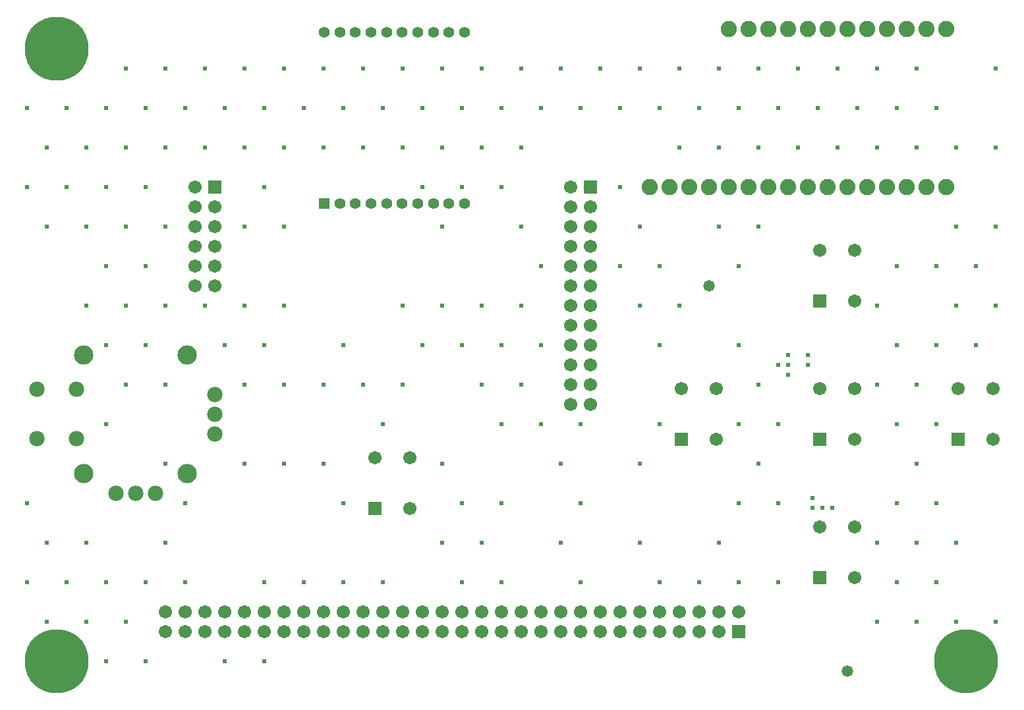
<source format=gbs>
G04*
G04 #@! TF.GenerationSoftware,Altium Limited,Altium Designer,22.9.1 (49)*
G04*
G04 Layer_Color=16711935*
%FSLAX24Y24*%
%MOIN*%
G70*
G04*
G04 #@! TF.SameCoordinates,D869CEA3-EDD9-45C0-ACDC-C570693A3B7D*
G04*
G04*
G04 #@! TF.FilePolarity,Negative*
G04*
G01*
G75*
%ADD17C,0.3230*%
%ADD18R,0.0674X0.0674*%
%ADD19C,0.0674*%
%ADD20C,0.0671*%
%ADD21R,0.0671X0.0671*%
%ADD22R,0.0671X0.0671*%
%ADD23C,0.0780*%
%ADD24C,0.0980*%
%ADD25C,0.0551*%
%ADD26R,0.0551X0.0551*%
%ADD27C,0.0820*%
%ADD28C,0.0237*%
%ADD29C,0.0580*%
D17*
X19500Y43000D02*
D03*
X65500Y12000D02*
D03*
X19500D02*
D03*
D18*
X35614Y19720D02*
D03*
X58114Y16220D02*
D03*
X65114Y23220D02*
D03*
X58114D02*
D03*
X51114D02*
D03*
X58114Y30220D02*
D03*
D19*
X35614Y22280D02*
D03*
X37386Y19720D02*
D03*
Y22280D02*
D03*
X58114Y18780D02*
D03*
X59886Y16220D02*
D03*
Y18780D02*
D03*
X65114Y25780D02*
D03*
X66886Y23220D02*
D03*
Y25780D02*
D03*
X58114D02*
D03*
X59886Y23220D02*
D03*
Y25780D02*
D03*
X51114D02*
D03*
X52886Y23220D02*
D03*
Y25780D02*
D03*
X58114Y32780D02*
D03*
X59886Y30220D02*
D03*
Y32780D02*
D03*
D20*
X30000Y14500D02*
D03*
Y13500D02*
D03*
X31000Y14500D02*
D03*
Y13500D02*
D03*
X32000Y14500D02*
D03*
Y13500D02*
D03*
X33000Y14500D02*
D03*
Y13500D02*
D03*
X34000Y14500D02*
D03*
Y13500D02*
D03*
X35000Y14500D02*
D03*
Y13500D02*
D03*
X36000Y14500D02*
D03*
Y13500D02*
D03*
X37000Y14500D02*
D03*
Y13500D02*
D03*
X38000Y14500D02*
D03*
Y13500D02*
D03*
X39000Y14500D02*
D03*
Y13500D02*
D03*
X40000Y14500D02*
D03*
Y13500D02*
D03*
X41000Y14500D02*
D03*
Y13500D02*
D03*
X42000Y14500D02*
D03*
Y13500D02*
D03*
X43000Y14500D02*
D03*
Y13500D02*
D03*
X44000Y14500D02*
D03*
Y13500D02*
D03*
X45000Y14500D02*
D03*
Y13500D02*
D03*
X46000Y14500D02*
D03*
Y13500D02*
D03*
X47000Y14500D02*
D03*
Y13500D02*
D03*
X48000Y14500D02*
D03*
Y13500D02*
D03*
X49000Y14500D02*
D03*
Y13500D02*
D03*
X50000Y14500D02*
D03*
Y13500D02*
D03*
X51000Y14500D02*
D03*
Y13500D02*
D03*
X52000Y14500D02*
D03*
Y13500D02*
D03*
X53000Y14500D02*
D03*
Y13500D02*
D03*
X54000Y14500D02*
D03*
X25000D02*
D03*
Y13500D02*
D03*
X26000Y14500D02*
D03*
Y13500D02*
D03*
X27000Y14500D02*
D03*
Y13500D02*
D03*
X28000Y14500D02*
D03*
Y13500D02*
D03*
X29000Y14500D02*
D03*
Y13500D02*
D03*
X26500Y36000D02*
D03*
X27500Y35000D02*
D03*
X26500D02*
D03*
X27500Y34000D02*
D03*
X26500D02*
D03*
X27500Y33000D02*
D03*
X26500D02*
D03*
X27500Y32000D02*
D03*
X26500D02*
D03*
X27500Y31000D02*
D03*
X26500D02*
D03*
X45500Y25000D02*
D03*
X46500D02*
D03*
X45500Y26000D02*
D03*
X46500D02*
D03*
X45500Y27000D02*
D03*
X46500D02*
D03*
X45500Y28000D02*
D03*
X46500D02*
D03*
X45500Y29000D02*
D03*
X46500D02*
D03*
X45500Y30000D02*
D03*
X46500D02*
D03*
X45500Y31000D02*
D03*
X46500D02*
D03*
X45500Y32000D02*
D03*
X46500D02*
D03*
X45500Y33000D02*
D03*
X46500D02*
D03*
X45500Y34000D02*
D03*
X46500D02*
D03*
X45500Y35000D02*
D03*
X46500D02*
D03*
X45500Y36000D02*
D03*
D21*
X54000Y13500D02*
D03*
D22*
X27500Y36000D02*
D03*
X46500D02*
D03*
D23*
X18500Y23250D02*
D03*
Y25750D02*
D03*
X20500Y23250D02*
D03*
Y25750D02*
D03*
X27500Y23500D02*
D03*
Y24500D02*
D03*
Y25500D02*
D03*
X22500Y20500D02*
D03*
X23500D02*
D03*
X24500D02*
D03*
D24*
X20875Y21500D02*
D03*
X26125D02*
D03*
Y27500D02*
D03*
X20875D02*
D03*
D25*
X33055Y43831D02*
D03*
X33843D02*
D03*
X34630D02*
D03*
X35417D02*
D03*
X36205D02*
D03*
X36992D02*
D03*
X37780D02*
D03*
X38567D02*
D03*
X39354D02*
D03*
X40142D02*
D03*
Y35169D02*
D03*
X39354D02*
D03*
X38567D02*
D03*
X37780D02*
D03*
X36992D02*
D03*
X36205D02*
D03*
X35417D02*
D03*
X34630D02*
D03*
X33843D02*
D03*
D26*
X33055D02*
D03*
D27*
X54500Y44000D02*
D03*
X53500D02*
D03*
X56500D02*
D03*
X55500D02*
D03*
X64500D02*
D03*
X63500D02*
D03*
X62500D02*
D03*
X61500D02*
D03*
X60500D02*
D03*
X59500D02*
D03*
X58500D02*
D03*
X57500D02*
D03*
X50500Y36000D02*
D03*
X49500D02*
D03*
X52500D02*
D03*
X51500D02*
D03*
X54500D02*
D03*
X53500D02*
D03*
X56500D02*
D03*
X55500D02*
D03*
X64500D02*
D03*
X63500D02*
D03*
X62500D02*
D03*
X61500D02*
D03*
X60500D02*
D03*
X59500D02*
D03*
X58500D02*
D03*
X57500D02*
D03*
D28*
X67000Y42000D02*
D03*
Y38000D02*
D03*
Y34000D02*
D03*
X66000Y32000D02*
D03*
X67000Y30000D02*
D03*
X66000Y28000D02*
D03*
X67000Y14000D02*
D03*
X64000Y40000D02*
D03*
X65000Y38000D02*
D03*
Y34000D02*
D03*
X64000Y32000D02*
D03*
X65000Y30000D02*
D03*
X64000Y28000D02*
D03*
Y24000D02*
D03*
Y20000D02*
D03*
X65000Y18000D02*
D03*
X64000Y16000D02*
D03*
X65000Y14000D02*
D03*
X63000Y42000D02*
D03*
X62000Y40000D02*
D03*
X63000Y38000D02*
D03*
X62000Y32000D02*
D03*
Y28000D02*
D03*
X63000Y26000D02*
D03*
X62000Y24000D02*
D03*
X63000Y22000D02*
D03*
X62000Y20000D02*
D03*
X63000Y18000D02*
D03*
X62000Y16000D02*
D03*
X63000Y14000D02*
D03*
X61000Y42000D02*
D03*
X60000Y40000D02*
D03*
X61000Y38000D02*
D03*
Y30000D02*
D03*
Y26000D02*
D03*
Y18000D02*
D03*
Y14000D02*
D03*
X59000Y42000D02*
D03*
X58000Y40000D02*
D03*
X59000Y38000D02*
D03*
X57000Y42000D02*
D03*
X56000Y40000D02*
D03*
X57000Y38000D02*
D03*
X56000Y24000D02*
D03*
Y20000D02*
D03*
Y16000D02*
D03*
X55000Y42000D02*
D03*
X54000Y40000D02*
D03*
X55000Y38000D02*
D03*
Y34000D02*
D03*
X54000Y32000D02*
D03*
Y28000D02*
D03*
X55000Y26000D02*
D03*
X54000Y24000D02*
D03*
X55000Y22000D02*
D03*
X54000Y20000D02*
D03*
Y16000D02*
D03*
X53000Y42000D02*
D03*
X52000Y40000D02*
D03*
X53000Y38000D02*
D03*
Y34000D02*
D03*
Y18000D02*
D03*
X52000Y16000D02*
D03*
X51000Y42000D02*
D03*
X50000Y40000D02*
D03*
X51000Y38000D02*
D03*
X50000Y32000D02*
D03*
X51000Y30000D02*
D03*
X50000Y28000D02*
D03*
Y24000D02*
D03*
Y16000D02*
D03*
X49000Y42000D02*
D03*
X48000Y40000D02*
D03*
Y36000D02*
D03*
X49000Y34000D02*
D03*
X48000Y32000D02*
D03*
X49000Y30000D02*
D03*
Y22000D02*
D03*
Y18000D02*
D03*
X47000Y42000D02*
D03*
X46000Y40000D02*
D03*
Y24000D02*
D03*
Y20000D02*
D03*
Y16000D02*
D03*
X45000Y42000D02*
D03*
X44000Y40000D02*
D03*
Y32000D02*
D03*
Y28000D02*
D03*
Y24000D02*
D03*
X45000Y22000D02*
D03*
Y18000D02*
D03*
X43000Y42000D02*
D03*
X42000Y40000D02*
D03*
X43000Y38000D02*
D03*
X42000Y36000D02*
D03*
X43000Y34000D02*
D03*
Y30000D02*
D03*
X42000Y28000D02*
D03*
X43000Y26000D02*
D03*
X42000Y24000D02*
D03*
Y20000D02*
D03*
Y16000D02*
D03*
X41000Y42000D02*
D03*
X40000Y40000D02*
D03*
X41000Y38000D02*
D03*
X40000Y36000D02*
D03*
X41000Y30000D02*
D03*
X40000Y28000D02*
D03*
X41000Y26000D02*
D03*
X40000Y20000D02*
D03*
X41000Y18000D02*
D03*
X40000Y16000D02*
D03*
X39000Y42000D02*
D03*
X38000Y40000D02*
D03*
X39000Y38000D02*
D03*
X38000Y36000D02*
D03*
X39000Y34000D02*
D03*
Y30000D02*
D03*
X38000Y28000D02*
D03*
X39000Y22000D02*
D03*
Y18000D02*
D03*
X37000Y42000D02*
D03*
X36000Y40000D02*
D03*
X37000Y38000D02*
D03*
Y30000D02*
D03*
Y26000D02*
D03*
X36000Y24000D02*
D03*
Y16000D02*
D03*
X35000Y42000D02*
D03*
X34000Y40000D02*
D03*
X35000Y38000D02*
D03*
X34000Y28000D02*
D03*
X35000Y26000D02*
D03*
X34000Y20000D02*
D03*
Y16000D02*
D03*
X33000Y42000D02*
D03*
X32000Y40000D02*
D03*
X33000Y38000D02*
D03*
Y26000D02*
D03*
Y22000D02*
D03*
X32000Y16000D02*
D03*
X31000Y42000D02*
D03*
X30000Y40000D02*
D03*
X31000Y38000D02*
D03*
X30000Y36000D02*
D03*
X31000Y34000D02*
D03*
Y30000D02*
D03*
X30000Y28000D02*
D03*
X31000Y26000D02*
D03*
Y22000D02*
D03*
X30000Y16000D02*
D03*
Y12000D02*
D03*
X29000Y42000D02*
D03*
X28000Y40000D02*
D03*
X29000Y38000D02*
D03*
Y34000D02*
D03*
Y30000D02*
D03*
X28000Y28000D02*
D03*
X29000Y26000D02*
D03*
Y22000D02*
D03*
X28000Y12000D02*
D03*
X27000Y42000D02*
D03*
X26000Y40000D02*
D03*
X27000Y38000D02*
D03*
Y30000D02*
D03*
X26000Y20000D02*
D03*
Y16000D02*
D03*
X25000Y42000D02*
D03*
X24000Y40000D02*
D03*
X25000Y38000D02*
D03*
X24000Y36000D02*
D03*
X25000Y34000D02*
D03*
X24000Y32000D02*
D03*
X25000Y30000D02*
D03*
X24000Y28000D02*
D03*
X25000Y26000D02*
D03*
Y22000D02*
D03*
Y18000D02*
D03*
X24000Y16000D02*
D03*
Y12000D02*
D03*
X23000Y42000D02*
D03*
X22000Y40000D02*
D03*
X23000Y38000D02*
D03*
X22000Y36000D02*
D03*
X23000Y34000D02*
D03*
X22000Y32000D02*
D03*
X23000Y30000D02*
D03*
X22000Y28000D02*
D03*
X23000Y26000D02*
D03*
X22000Y24000D02*
D03*
Y16000D02*
D03*
X23000Y14000D02*
D03*
X22000Y12000D02*
D03*
X20000Y40000D02*
D03*
X21000Y38000D02*
D03*
X20000Y36000D02*
D03*
X21000Y34000D02*
D03*
Y30000D02*
D03*
Y18000D02*
D03*
X20000Y16000D02*
D03*
X21000Y14000D02*
D03*
X18000Y40000D02*
D03*
X19000Y38000D02*
D03*
X18000Y36000D02*
D03*
X19000Y34000D02*
D03*
X18000Y20000D02*
D03*
X19000Y18000D02*
D03*
X18000Y16000D02*
D03*
X19000Y14000D02*
D03*
X58750Y19750D02*
D03*
X58250D02*
D03*
X57750D02*
D03*
Y20250D02*
D03*
X56000Y27000D02*
D03*
X56500D02*
D03*
X57500Y27500D02*
D03*
Y27000D02*
D03*
X56500Y27500D02*
D03*
Y26500D02*
D03*
D29*
X52500Y31000D02*
D03*
X59500Y11500D02*
D03*
M02*

</source>
